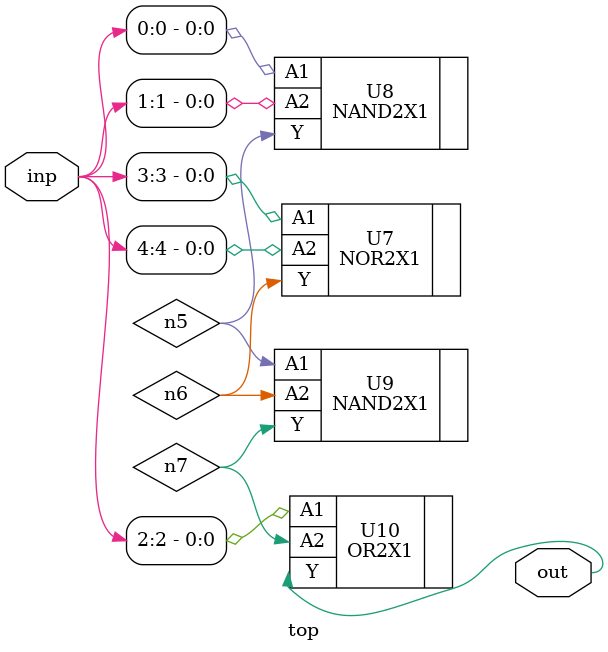
<source format=sv>


module top ( inp, out );
  input [4:0] inp;
  output out;
  wire   n5, n6, n7;

  NOR2X1 U7 ( .A1(inp[3]), .A2(inp[4]), .Y(n6) );
  NAND2X1 U8 ( .A1(inp[0]), .A2(inp[1]), .Y(n5) );
  NAND2X1 U9 ( .A1(n5), .A2(n6), .Y(n7) );
  OR2X1 U10 ( .A1(inp[2]), .A2(n7), .Y(out) );
endmodule


</source>
